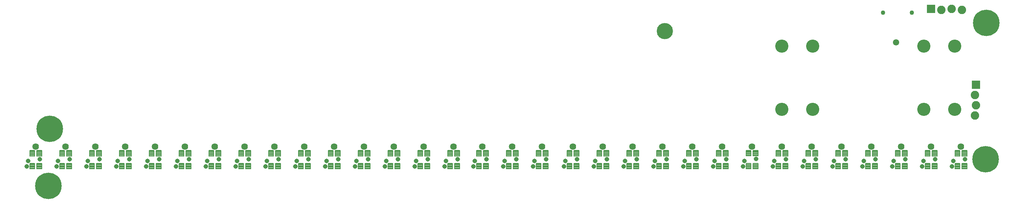
<source format=gbs>
G75*
G70*
%OFA0B0*%
%FSLAX24Y24*%
%IPPOS*%
%LPD*%
%AMOC8*
5,1,8,0,0,1.08239X$1,22.5*
%
%ADD10C,0.2580*%
%ADD11C,0.1580*%
%ADD12C,0.1280*%
%ADD13C,0.0083*%
%ADD14C,0.0450*%
%ADD15C,0.0640*%
%ADD16C,0.0434*%
%ADD17R,0.0820X0.0820*%
%ADD18C,0.0820*%
%ADD19C,0.0611*%
D10*
X003025Y004261D03*
X003145Y009821D03*
X094105Y006861D03*
X094165Y020161D03*
D11*
X062935Y019351D03*
D12*
X074285Y017881D03*
X077285Y017881D03*
X088085Y017881D03*
X091085Y017881D03*
X091085Y011741D03*
X088085Y011741D03*
X077285Y011741D03*
X074285Y011741D03*
D13*
X074186Y007177D02*
X073716Y007177D01*
X073716Y007725D01*
X074186Y007725D01*
X074186Y007177D01*
X074186Y007259D02*
X073716Y007259D01*
X073716Y007341D02*
X074186Y007341D01*
X074186Y007423D02*
X073716Y007423D01*
X073716Y007505D02*
X074186Y007505D01*
X074186Y007587D02*
X073716Y007587D01*
X073716Y007669D02*
X074186Y007669D01*
X074405Y007177D02*
X074875Y007177D01*
X074405Y007177D02*
X074405Y007725D01*
X074875Y007725D01*
X074875Y007177D01*
X074875Y007259D02*
X074405Y007259D01*
X074405Y007341D02*
X074875Y007341D01*
X074875Y007423D02*
X074405Y007423D01*
X074405Y007505D02*
X074875Y007505D01*
X074875Y007587D02*
X074405Y007587D01*
X074405Y007669D02*
X074875Y007669D01*
X076616Y007177D02*
X077086Y007177D01*
X076616Y007177D02*
X076616Y007725D01*
X077086Y007725D01*
X077086Y007177D01*
X077086Y007259D02*
X076616Y007259D01*
X076616Y007341D02*
X077086Y007341D01*
X077086Y007423D02*
X076616Y007423D01*
X076616Y007505D02*
X077086Y007505D01*
X077086Y007587D02*
X076616Y007587D01*
X076616Y007669D02*
X077086Y007669D01*
X077305Y007177D02*
X077775Y007177D01*
X077305Y007177D02*
X077305Y007725D01*
X077775Y007725D01*
X077775Y007177D01*
X077775Y007259D02*
X077305Y007259D01*
X077305Y007341D02*
X077775Y007341D01*
X077775Y007423D02*
X077305Y007423D01*
X077305Y007505D02*
X077775Y007505D01*
X077775Y007587D02*
X077305Y007587D01*
X077305Y007669D02*
X077775Y007669D01*
X079516Y007177D02*
X079986Y007177D01*
X079516Y007177D02*
X079516Y007725D01*
X079986Y007725D01*
X079986Y007177D01*
X079986Y007259D02*
X079516Y007259D01*
X079516Y007341D02*
X079986Y007341D01*
X079986Y007423D02*
X079516Y007423D01*
X079516Y007505D02*
X079986Y007505D01*
X079986Y007587D02*
X079516Y007587D01*
X079516Y007669D02*
X079986Y007669D01*
X080205Y007177D02*
X080675Y007177D01*
X080205Y007177D02*
X080205Y007725D01*
X080675Y007725D01*
X080675Y007177D01*
X080675Y007259D02*
X080205Y007259D01*
X080205Y007341D02*
X080675Y007341D01*
X080675Y007423D02*
X080205Y007423D01*
X080205Y007505D02*
X080675Y007505D01*
X080675Y007587D02*
X080205Y007587D01*
X080205Y007669D02*
X080675Y007669D01*
X082416Y007177D02*
X082886Y007177D01*
X082416Y007177D02*
X082416Y007725D01*
X082886Y007725D01*
X082886Y007177D01*
X082886Y007259D02*
X082416Y007259D01*
X082416Y007341D02*
X082886Y007341D01*
X082886Y007423D02*
X082416Y007423D01*
X082416Y007505D02*
X082886Y007505D01*
X082886Y007587D02*
X082416Y007587D01*
X082416Y007669D02*
X082886Y007669D01*
X083105Y007177D02*
X083575Y007177D01*
X083105Y007177D02*
X083105Y007725D01*
X083575Y007725D01*
X083575Y007177D01*
X083575Y007259D02*
X083105Y007259D01*
X083105Y007341D02*
X083575Y007341D01*
X083575Y007423D02*
X083105Y007423D01*
X083105Y007505D02*
X083575Y007505D01*
X083575Y007587D02*
X083105Y007587D01*
X083105Y007669D02*
X083575Y007669D01*
X085316Y007177D02*
X085786Y007177D01*
X085316Y007177D02*
X085316Y007725D01*
X085786Y007725D01*
X085786Y007177D01*
X085786Y007259D02*
X085316Y007259D01*
X085316Y007341D02*
X085786Y007341D01*
X085786Y007423D02*
X085316Y007423D01*
X085316Y007505D02*
X085786Y007505D01*
X085786Y007587D02*
X085316Y007587D01*
X085316Y007669D02*
X085786Y007669D01*
X086005Y007177D02*
X086475Y007177D01*
X086005Y007177D02*
X086005Y007725D01*
X086475Y007725D01*
X086475Y007177D01*
X086475Y007259D02*
X086005Y007259D01*
X086005Y007341D02*
X086475Y007341D01*
X086475Y007423D02*
X086005Y007423D01*
X086005Y007505D02*
X086475Y007505D01*
X086475Y007587D02*
X086005Y007587D01*
X086005Y007669D02*
X086475Y007669D01*
X088216Y007177D02*
X088686Y007177D01*
X088216Y007177D02*
X088216Y007725D01*
X088686Y007725D01*
X088686Y007177D01*
X088686Y007259D02*
X088216Y007259D01*
X088216Y007341D02*
X088686Y007341D01*
X088686Y007423D02*
X088216Y007423D01*
X088216Y007505D02*
X088686Y007505D01*
X088686Y007587D02*
X088216Y007587D01*
X088216Y007669D02*
X088686Y007669D01*
X088905Y007177D02*
X089375Y007177D01*
X088905Y007177D02*
X088905Y007725D01*
X089375Y007725D01*
X089375Y007177D01*
X089375Y007259D02*
X088905Y007259D01*
X088905Y007341D02*
X089375Y007341D01*
X089375Y007423D02*
X088905Y007423D01*
X088905Y007505D02*
X089375Y007505D01*
X089375Y007587D02*
X088905Y007587D01*
X088905Y007669D02*
X089375Y007669D01*
X091116Y007177D02*
X091586Y007177D01*
X091116Y007177D02*
X091116Y007725D01*
X091586Y007725D01*
X091586Y007177D01*
X091586Y007259D02*
X091116Y007259D01*
X091116Y007341D02*
X091586Y007341D01*
X091586Y007423D02*
X091116Y007423D01*
X091116Y007505D02*
X091586Y007505D01*
X091586Y007587D02*
X091116Y007587D01*
X091116Y007669D02*
X091586Y007669D01*
X091805Y007177D02*
X092275Y007177D01*
X091805Y007177D02*
X091805Y007725D01*
X092275Y007725D01*
X092275Y007177D01*
X092275Y007259D02*
X091805Y007259D01*
X091805Y007341D02*
X092275Y007341D01*
X092275Y007423D02*
X091805Y007423D01*
X091805Y007505D02*
X092275Y007505D01*
X092275Y007587D02*
X091805Y007587D01*
X091805Y007669D02*
X092275Y007669D01*
X092275Y005917D02*
X091805Y005917D01*
X091805Y006465D01*
X092275Y006465D01*
X092275Y005917D01*
X092275Y005999D02*
X091805Y005999D01*
X091805Y006081D02*
X092275Y006081D01*
X092275Y006163D02*
X091805Y006163D01*
X091805Y006245D02*
X092275Y006245D01*
X092275Y006327D02*
X091805Y006327D01*
X091805Y006409D02*
X092275Y006409D01*
X091586Y005917D02*
X091116Y005917D01*
X091116Y006465D01*
X091586Y006465D01*
X091586Y005917D01*
X091586Y005999D02*
X091116Y005999D01*
X091116Y006081D02*
X091586Y006081D01*
X091586Y006163D02*
X091116Y006163D01*
X091116Y006245D02*
X091586Y006245D01*
X091586Y006327D02*
X091116Y006327D01*
X091116Y006409D02*
X091586Y006409D01*
X089375Y005917D02*
X088905Y005917D01*
X088905Y006465D01*
X089375Y006465D01*
X089375Y005917D01*
X089375Y005999D02*
X088905Y005999D01*
X088905Y006081D02*
X089375Y006081D01*
X089375Y006163D02*
X088905Y006163D01*
X088905Y006245D02*
X089375Y006245D01*
X089375Y006327D02*
X088905Y006327D01*
X088905Y006409D02*
X089375Y006409D01*
X088686Y005917D02*
X088216Y005917D01*
X088216Y006465D01*
X088686Y006465D01*
X088686Y005917D01*
X088686Y005999D02*
X088216Y005999D01*
X088216Y006081D02*
X088686Y006081D01*
X088686Y006163D02*
X088216Y006163D01*
X088216Y006245D02*
X088686Y006245D01*
X088686Y006327D02*
X088216Y006327D01*
X088216Y006409D02*
X088686Y006409D01*
X086475Y005917D02*
X086005Y005917D01*
X086005Y006465D01*
X086475Y006465D01*
X086475Y005917D01*
X086475Y005999D02*
X086005Y005999D01*
X086005Y006081D02*
X086475Y006081D01*
X086475Y006163D02*
X086005Y006163D01*
X086005Y006245D02*
X086475Y006245D01*
X086475Y006327D02*
X086005Y006327D01*
X086005Y006409D02*
X086475Y006409D01*
X085786Y005917D02*
X085316Y005917D01*
X085316Y006465D01*
X085786Y006465D01*
X085786Y005917D01*
X085786Y005999D02*
X085316Y005999D01*
X085316Y006081D02*
X085786Y006081D01*
X085786Y006163D02*
X085316Y006163D01*
X085316Y006245D02*
X085786Y006245D01*
X085786Y006327D02*
X085316Y006327D01*
X085316Y006409D02*
X085786Y006409D01*
X083575Y005917D02*
X083105Y005917D01*
X083105Y006465D01*
X083575Y006465D01*
X083575Y005917D01*
X083575Y005999D02*
X083105Y005999D01*
X083105Y006081D02*
X083575Y006081D01*
X083575Y006163D02*
X083105Y006163D01*
X083105Y006245D02*
X083575Y006245D01*
X083575Y006327D02*
X083105Y006327D01*
X083105Y006409D02*
X083575Y006409D01*
X082886Y005917D02*
X082416Y005917D01*
X082416Y006465D01*
X082886Y006465D01*
X082886Y005917D01*
X082886Y005999D02*
X082416Y005999D01*
X082416Y006081D02*
X082886Y006081D01*
X082886Y006163D02*
X082416Y006163D01*
X082416Y006245D02*
X082886Y006245D01*
X082886Y006327D02*
X082416Y006327D01*
X082416Y006409D02*
X082886Y006409D01*
X080675Y005917D02*
X080205Y005917D01*
X080205Y006465D01*
X080675Y006465D01*
X080675Y005917D01*
X080675Y005999D02*
X080205Y005999D01*
X080205Y006081D02*
X080675Y006081D01*
X080675Y006163D02*
X080205Y006163D01*
X080205Y006245D02*
X080675Y006245D01*
X080675Y006327D02*
X080205Y006327D01*
X080205Y006409D02*
X080675Y006409D01*
X079986Y005917D02*
X079516Y005917D01*
X079516Y006465D01*
X079986Y006465D01*
X079986Y005917D01*
X079986Y005999D02*
X079516Y005999D01*
X079516Y006081D02*
X079986Y006081D01*
X079986Y006163D02*
X079516Y006163D01*
X079516Y006245D02*
X079986Y006245D01*
X079986Y006327D02*
X079516Y006327D01*
X079516Y006409D02*
X079986Y006409D01*
X077775Y005917D02*
X077305Y005917D01*
X077305Y006465D01*
X077775Y006465D01*
X077775Y005917D01*
X077775Y005999D02*
X077305Y005999D01*
X077305Y006081D02*
X077775Y006081D01*
X077775Y006163D02*
X077305Y006163D01*
X077305Y006245D02*
X077775Y006245D01*
X077775Y006327D02*
X077305Y006327D01*
X077305Y006409D02*
X077775Y006409D01*
X077086Y005917D02*
X076616Y005917D01*
X076616Y006465D01*
X077086Y006465D01*
X077086Y005917D01*
X077086Y005999D02*
X076616Y005999D01*
X076616Y006081D02*
X077086Y006081D01*
X077086Y006163D02*
X076616Y006163D01*
X076616Y006245D02*
X077086Y006245D01*
X077086Y006327D02*
X076616Y006327D01*
X076616Y006409D02*
X077086Y006409D01*
X074875Y005917D02*
X074405Y005917D01*
X074405Y006465D01*
X074875Y006465D01*
X074875Y005917D01*
X074875Y005999D02*
X074405Y005999D01*
X074405Y006081D02*
X074875Y006081D01*
X074875Y006163D02*
X074405Y006163D01*
X074405Y006245D02*
X074875Y006245D01*
X074875Y006327D02*
X074405Y006327D01*
X074405Y006409D02*
X074875Y006409D01*
X074186Y005917D02*
X073716Y005917D01*
X073716Y006465D01*
X074186Y006465D01*
X074186Y005917D01*
X074186Y005999D02*
X073716Y005999D01*
X073716Y006081D02*
X074186Y006081D01*
X074186Y006163D02*
X073716Y006163D01*
X073716Y006245D02*
X074186Y006245D01*
X074186Y006327D02*
X073716Y006327D01*
X073716Y006409D02*
X074186Y006409D01*
X071975Y005927D02*
X071505Y005927D01*
X071505Y006475D01*
X071975Y006475D01*
X071975Y005927D01*
X071975Y006009D02*
X071505Y006009D01*
X071505Y006091D02*
X071975Y006091D01*
X071975Y006173D02*
X071505Y006173D01*
X071505Y006255D02*
X071975Y006255D01*
X071975Y006337D02*
X071505Y006337D01*
X071505Y006419D02*
X071975Y006419D01*
X071286Y005927D02*
X070816Y005927D01*
X070816Y006475D01*
X071286Y006475D01*
X071286Y005927D01*
X071286Y006009D02*
X070816Y006009D01*
X070816Y006091D02*
X071286Y006091D01*
X071286Y006173D02*
X070816Y006173D01*
X070816Y006255D02*
X071286Y006255D01*
X071286Y006337D02*
X070816Y006337D01*
X070816Y006419D02*
X071286Y006419D01*
X069075Y005917D02*
X068605Y005917D01*
X068605Y006465D01*
X069075Y006465D01*
X069075Y005917D01*
X069075Y005999D02*
X068605Y005999D01*
X068605Y006081D02*
X069075Y006081D01*
X069075Y006163D02*
X068605Y006163D01*
X068605Y006245D02*
X069075Y006245D01*
X069075Y006327D02*
X068605Y006327D01*
X068605Y006409D02*
X069075Y006409D01*
X068386Y005917D02*
X067916Y005917D01*
X067916Y006465D01*
X068386Y006465D01*
X068386Y005917D01*
X068386Y005999D02*
X067916Y005999D01*
X067916Y006081D02*
X068386Y006081D01*
X068386Y006163D02*
X067916Y006163D01*
X067916Y006245D02*
X068386Y006245D01*
X068386Y006327D02*
X067916Y006327D01*
X067916Y006409D02*
X068386Y006409D01*
X066175Y005917D02*
X065705Y005917D01*
X065705Y006465D01*
X066175Y006465D01*
X066175Y005917D01*
X066175Y005999D02*
X065705Y005999D01*
X065705Y006081D02*
X066175Y006081D01*
X066175Y006163D02*
X065705Y006163D01*
X065705Y006245D02*
X066175Y006245D01*
X066175Y006327D02*
X065705Y006327D01*
X065705Y006409D02*
X066175Y006409D01*
X065486Y005917D02*
X065016Y005917D01*
X065016Y006465D01*
X065486Y006465D01*
X065486Y005917D01*
X065486Y005999D02*
X065016Y005999D01*
X065016Y006081D02*
X065486Y006081D01*
X065486Y006163D02*
X065016Y006163D01*
X065016Y006245D02*
X065486Y006245D01*
X065486Y006327D02*
X065016Y006327D01*
X065016Y006409D02*
X065486Y006409D01*
X063275Y005917D02*
X062805Y005917D01*
X062805Y006465D01*
X063275Y006465D01*
X063275Y005917D01*
X063275Y005999D02*
X062805Y005999D01*
X062805Y006081D02*
X063275Y006081D01*
X063275Y006163D02*
X062805Y006163D01*
X062805Y006245D02*
X063275Y006245D01*
X063275Y006327D02*
X062805Y006327D01*
X062805Y006409D02*
X063275Y006409D01*
X062586Y005917D02*
X062116Y005917D01*
X062116Y006465D01*
X062586Y006465D01*
X062586Y005917D01*
X062586Y005999D02*
X062116Y005999D01*
X062116Y006081D02*
X062586Y006081D01*
X062586Y006163D02*
X062116Y006163D01*
X062116Y006245D02*
X062586Y006245D01*
X062586Y006327D02*
X062116Y006327D01*
X062116Y006409D02*
X062586Y006409D01*
X060375Y005917D02*
X059905Y005917D01*
X059905Y006465D01*
X060375Y006465D01*
X060375Y005917D01*
X060375Y005999D02*
X059905Y005999D01*
X059905Y006081D02*
X060375Y006081D01*
X060375Y006163D02*
X059905Y006163D01*
X059905Y006245D02*
X060375Y006245D01*
X060375Y006327D02*
X059905Y006327D01*
X059905Y006409D02*
X060375Y006409D01*
X059686Y005917D02*
X059216Y005917D01*
X059216Y006465D01*
X059686Y006465D01*
X059686Y005917D01*
X059686Y005999D02*
X059216Y005999D01*
X059216Y006081D02*
X059686Y006081D01*
X059686Y006163D02*
X059216Y006163D01*
X059216Y006245D02*
X059686Y006245D01*
X059686Y006327D02*
X059216Y006327D01*
X059216Y006409D02*
X059686Y006409D01*
X057475Y005917D02*
X057005Y005917D01*
X057005Y006465D01*
X057475Y006465D01*
X057475Y005917D01*
X057475Y005999D02*
X057005Y005999D01*
X057005Y006081D02*
X057475Y006081D01*
X057475Y006163D02*
X057005Y006163D01*
X057005Y006245D02*
X057475Y006245D01*
X057475Y006327D02*
X057005Y006327D01*
X057005Y006409D02*
X057475Y006409D01*
X056786Y005917D02*
X056316Y005917D01*
X056316Y006465D01*
X056786Y006465D01*
X056786Y005917D01*
X056786Y005999D02*
X056316Y005999D01*
X056316Y006081D02*
X056786Y006081D01*
X056786Y006163D02*
X056316Y006163D01*
X056316Y006245D02*
X056786Y006245D01*
X056786Y006327D02*
X056316Y006327D01*
X056316Y006409D02*
X056786Y006409D01*
X054575Y005917D02*
X054105Y005917D01*
X054105Y006465D01*
X054575Y006465D01*
X054575Y005917D01*
X054575Y005999D02*
X054105Y005999D01*
X054105Y006081D02*
X054575Y006081D01*
X054575Y006163D02*
X054105Y006163D01*
X054105Y006245D02*
X054575Y006245D01*
X054575Y006327D02*
X054105Y006327D01*
X054105Y006409D02*
X054575Y006409D01*
X053886Y005917D02*
X053416Y005917D01*
X053416Y006465D01*
X053886Y006465D01*
X053886Y005917D01*
X053886Y005999D02*
X053416Y005999D01*
X053416Y006081D02*
X053886Y006081D01*
X053886Y006163D02*
X053416Y006163D01*
X053416Y006245D02*
X053886Y006245D01*
X053886Y006327D02*
X053416Y006327D01*
X053416Y006409D02*
X053886Y006409D01*
X051575Y005917D02*
X051105Y005917D01*
X051105Y006465D01*
X051575Y006465D01*
X051575Y005917D01*
X051575Y005999D02*
X051105Y005999D01*
X051105Y006081D02*
X051575Y006081D01*
X051575Y006163D02*
X051105Y006163D01*
X051105Y006245D02*
X051575Y006245D01*
X051575Y006327D02*
X051105Y006327D01*
X051105Y006409D02*
X051575Y006409D01*
X050886Y005917D02*
X050416Y005917D01*
X050416Y006465D01*
X050886Y006465D01*
X050886Y005917D01*
X050886Y005999D02*
X050416Y005999D01*
X050416Y006081D02*
X050886Y006081D01*
X050886Y006163D02*
X050416Y006163D01*
X050416Y006245D02*
X050886Y006245D01*
X050886Y006327D02*
X050416Y006327D01*
X050416Y006409D02*
X050886Y006409D01*
X048675Y005917D02*
X048205Y005917D01*
X048205Y006465D01*
X048675Y006465D01*
X048675Y005917D01*
X048675Y005999D02*
X048205Y005999D01*
X048205Y006081D02*
X048675Y006081D01*
X048675Y006163D02*
X048205Y006163D01*
X048205Y006245D02*
X048675Y006245D01*
X048675Y006327D02*
X048205Y006327D01*
X048205Y006409D02*
X048675Y006409D01*
X047986Y005917D02*
X047516Y005917D01*
X047516Y006465D01*
X047986Y006465D01*
X047986Y005917D01*
X047986Y005999D02*
X047516Y005999D01*
X047516Y006081D02*
X047986Y006081D01*
X047986Y006163D02*
X047516Y006163D01*
X047516Y006245D02*
X047986Y006245D01*
X047986Y006327D02*
X047516Y006327D01*
X047516Y006409D02*
X047986Y006409D01*
X045775Y005917D02*
X045305Y005917D01*
X045305Y006465D01*
X045775Y006465D01*
X045775Y005917D01*
X045775Y005999D02*
X045305Y005999D01*
X045305Y006081D02*
X045775Y006081D01*
X045775Y006163D02*
X045305Y006163D01*
X045305Y006245D02*
X045775Y006245D01*
X045775Y006327D02*
X045305Y006327D01*
X045305Y006409D02*
X045775Y006409D01*
X045086Y005917D02*
X044616Y005917D01*
X044616Y006465D01*
X045086Y006465D01*
X045086Y005917D01*
X045086Y005999D02*
X044616Y005999D01*
X044616Y006081D02*
X045086Y006081D01*
X045086Y006163D02*
X044616Y006163D01*
X044616Y006245D02*
X045086Y006245D01*
X045086Y006327D02*
X044616Y006327D01*
X044616Y006409D02*
X045086Y006409D01*
X042975Y005917D02*
X042505Y005917D01*
X042505Y006465D01*
X042975Y006465D01*
X042975Y005917D01*
X042975Y005999D02*
X042505Y005999D01*
X042505Y006081D02*
X042975Y006081D01*
X042975Y006163D02*
X042505Y006163D01*
X042505Y006245D02*
X042975Y006245D01*
X042975Y006327D02*
X042505Y006327D01*
X042505Y006409D02*
X042975Y006409D01*
X042286Y005917D02*
X041816Y005917D01*
X041816Y006465D01*
X042286Y006465D01*
X042286Y005917D01*
X042286Y005999D02*
X041816Y005999D01*
X041816Y006081D02*
X042286Y006081D01*
X042286Y006163D02*
X041816Y006163D01*
X041816Y006245D02*
X042286Y006245D01*
X042286Y006327D02*
X041816Y006327D01*
X041816Y006409D02*
X042286Y006409D01*
X040075Y005917D02*
X039605Y005917D01*
X039605Y006465D01*
X040075Y006465D01*
X040075Y005917D01*
X040075Y005999D02*
X039605Y005999D01*
X039605Y006081D02*
X040075Y006081D01*
X040075Y006163D02*
X039605Y006163D01*
X039605Y006245D02*
X040075Y006245D01*
X040075Y006327D02*
X039605Y006327D01*
X039605Y006409D02*
X040075Y006409D01*
X039386Y005917D02*
X038916Y005917D01*
X038916Y006465D01*
X039386Y006465D01*
X039386Y005917D01*
X039386Y005999D02*
X038916Y005999D01*
X038916Y006081D02*
X039386Y006081D01*
X039386Y006163D02*
X038916Y006163D01*
X038916Y006245D02*
X039386Y006245D01*
X039386Y006327D02*
X038916Y006327D01*
X038916Y006409D02*
X039386Y006409D01*
X037175Y005917D02*
X036705Y005917D01*
X036705Y006465D01*
X037175Y006465D01*
X037175Y005917D01*
X037175Y005999D02*
X036705Y005999D01*
X036705Y006081D02*
X037175Y006081D01*
X037175Y006163D02*
X036705Y006163D01*
X036705Y006245D02*
X037175Y006245D01*
X037175Y006327D02*
X036705Y006327D01*
X036705Y006409D02*
X037175Y006409D01*
X036486Y005917D02*
X036016Y005917D01*
X036016Y006465D01*
X036486Y006465D01*
X036486Y005917D01*
X036486Y005999D02*
X036016Y005999D01*
X036016Y006081D02*
X036486Y006081D01*
X036486Y006163D02*
X036016Y006163D01*
X036016Y006245D02*
X036486Y006245D01*
X036486Y006327D02*
X036016Y006327D01*
X036016Y006409D02*
X036486Y006409D01*
X034275Y005917D02*
X033805Y005917D01*
X033805Y006465D01*
X034275Y006465D01*
X034275Y005917D01*
X034275Y005999D02*
X033805Y005999D01*
X033805Y006081D02*
X034275Y006081D01*
X034275Y006163D02*
X033805Y006163D01*
X033805Y006245D02*
X034275Y006245D01*
X034275Y006327D02*
X033805Y006327D01*
X033805Y006409D02*
X034275Y006409D01*
X033586Y005917D02*
X033116Y005917D01*
X033116Y006465D01*
X033586Y006465D01*
X033586Y005917D01*
X033586Y005999D02*
X033116Y005999D01*
X033116Y006081D02*
X033586Y006081D01*
X033586Y006163D02*
X033116Y006163D01*
X033116Y006245D02*
X033586Y006245D01*
X033586Y006327D02*
X033116Y006327D01*
X033116Y006409D02*
X033586Y006409D01*
X031375Y005917D02*
X030905Y005917D01*
X030905Y006465D01*
X031375Y006465D01*
X031375Y005917D01*
X031375Y005999D02*
X030905Y005999D01*
X030905Y006081D02*
X031375Y006081D01*
X031375Y006163D02*
X030905Y006163D01*
X030905Y006245D02*
X031375Y006245D01*
X031375Y006327D02*
X030905Y006327D01*
X030905Y006409D02*
X031375Y006409D01*
X030686Y005917D02*
X030216Y005917D01*
X030216Y006465D01*
X030686Y006465D01*
X030686Y005917D01*
X030686Y005999D02*
X030216Y005999D01*
X030216Y006081D02*
X030686Y006081D01*
X030686Y006163D02*
X030216Y006163D01*
X030216Y006245D02*
X030686Y006245D01*
X030686Y006327D02*
X030216Y006327D01*
X030216Y006409D02*
X030686Y006409D01*
X028475Y005917D02*
X028005Y005917D01*
X028005Y006465D01*
X028475Y006465D01*
X028475Y005917D01*
X028475Y005999D02*
X028005Y005999D01*
X028005Y006081D02*
X028475Y006081D01*
X028475Y006163D02*
X028005Y006163D01*
X028005Y006245D02*
X028475Y006245D01*
X028475Y006327D02*
X028005Y006327D01*
X028005Y006409D02*
X028475Y006409D01*
X027786Y005917D02*
X027316Y005917D01*
X027316Y006465D01*
X027786Y006465D01*
X027786Y005917D01*
X027786Y005999D02*
X027316Y005999D01*
X027316Y006081D02*
X027786Y006081D01*
X027786Y006163D02*
X027316Y006163D01*
X027316Y006245D02*
X027786Y006245D01*
X027786Y006327D02*
X027316Y006327D01*
X027316Y006409D02*
X027786Y006409D01*
X025575Y005917D02*
X025105Y005917D01*
X025105Y006465D01*
X025575Y006465D01*
X025575Y005917D01*
X025575Y005999D02*
X025105Y005999D01*
X025105Y006081D02*
X025575Y006081D01*
X025575Y006163D02*
X025105Y006163D01*
X025105Y006245D02*
X025575Y006245D01*
X025575Y006327D02*
X025105Y006327D01*
X025105Y006409D02*
X025575Y006409D01*
X024886Y005917D02*
X024416Y005917D01*
X024416Y006465D01*
X024886Y006465D01*
X024886Y005917D01*
X024886Y005999D02*
X024416Y005999D01*
X024416Y006081D02*
X024886Y006081D01*
X024886Y006163D02*
X024416Y006163D01*
X024416Y006245D02*
X024886Y006245D01*
X024886Y006327D02*
X024416Y006327D01*
X024416Y006409D02*
X024886Y006409D01*
X022675Y005917D02*
X022205Y005917D01*
X022205Y006465D01*
X022675Y006465D01*
X022675Y005917D01*
X022675Y005999D02*
X022205Y005999D01*
X022205Y006081D02*
X022675Y006081D01*
X022675Y006163D02*
X022205Y006163D01*
X022205Y006245D02*
X022675Y006245D01*
X022675Y006327D02*
X022205Y006327D01*
X022205Y006409D02*
X022675Y006409D01*
X021986Y005917D02*
X021516Y005917D01*
X021516Y006465D01*
X021986Y006465D01*
X021986Y005917D01*
X021986Y005999D02*
X021516Y005999D01*
X021516Y006081D02*
X021986Y006081D01*
X021986Y006163D02*
X021516Y006163D01*
X021516Y006245D02*
X021986Y006245D01*
X021986Y006327D02*
X021516Y006327D01*
X021516Y006409D02*
X021986Y006409D01*
X019775Y005917D02*
X019305Y005917D01*
X019305Y006465D01*
X019775Y006465D01*
X019775Y005917D01*
X019775Y005999D02*
X019305Y005999D01*
X019305Y006081D02*
X019775Y006081D01*
X019775Y006163D02*
X019305Y006163D01*
X019305Y006245D02*
X019775Y006245D01*
X019775Y006327D02*
X019305Y006327D01*
X019305Y006409D02*
X019775Y006409D01*
X019086Y005917D02*
X018616Y005917D01*
X018616Y006465D01*
X019086Y006465D01*
X019086Y005917D01*
X019086Y005999D02*
X018616Y005999D01*
X018616Y006081D02*
X019086Y006081D01*
X019086Y006163D02*
X018616Y006163D01*
X018616Y006245D02*
X019086Y006245D01*
X019086Y006327D02*
X018616Y006327D01*
X018616Y006409D02*
X019086Y006409D01*
X016875Y005917D02*
X016405Y005917D01*
X016405Y006465D01*
X016875Y006465D01*
X016875Y005917D01*
X016875Y005999D02*
X016405Y005999D01*
X016405Y006081D02*
X016875Y006081D01*
X016875Y006163D02*
X016405Y006163D01*
X016405Y006245D02*
X016875Y006245D01*
X016875Y006327D02*
X016405Y006327D01*
X016405Y006409D02*
X016875Y006409D01*
X016186Y005917D02*
X015716Y005917D01*
X015716Y006465D01*
X016186Y006465D01*
X016186Y005917D01*
X016186Y005999D02*
X015716Y005999D01*
X015716Y006081D02*
X016186Y006081D01*
X016186Y006163D02*
X015716Y006163D01*
X015716Y006245D02*
X016186Y006245D01*
X016186Y006327D02*
X015716Y006327D01*
X015716Y006409D02*
X016186Y006409D01*
X013975Y005917D02*
X013505Y005917D01*
X013505Y006465D01*
X013975Y006465D01*
X013975Y005917D01*
X013975Y005999D02*
X013505Y005999D01*
X013505Y006081D02*
X013975Y006081D01*
X013975Y006163D02*
X013505Y006163D01*
X013505Y006245D02*
X013975Y006245D01*
X013975Y006327D02*
X013505Y006327D01*
X013505Y006409D02*
X013975Y006409D01*
X013286Y005917D02*
X012816Y005917D01*
X012816Y006465D01*
X013286Y006465D01*
X013286Y005917D01*
X013286Y005999D02*
X012816Y005999D01*
X012816Y006081D02*
X013286Y006081D01*
X013286Y006163D02*
X012816Y006163D01*
X012816Y006245D02*
X013286Y006245D01*
X013286Y006327D02*
X012816Y006327D01*
X012816Y006409D02*
X013286Y006409D01*
X011075Y005917D02*
X010605Y005917D01*
X010605Y006465D01*
X011075Y006465D01*
X011075Y005917D01*
X011075Y005999D02*
X010605Y005999D01*
X010605Y006081D02*
X011075Y006081D01*
X011075Y006163D02*
X010605Y006163D01*
X010605Y006245D02*
X011075Y006245D01*
X011075Y006327D02*
X010605Y006327D01*
X010605Y006409D02*
X011075Y006409D01*
X010386Y005917D02*
X009916Y005917D01*
X009916Y006465D01*
X010386Y006465D01*
X010386Y005917D01*
X010386Y005999D02*
X009916Y005999D01*
X009916Y006081D02*
X010386Y006081D01*
X010386Y006163D02*
X009916Y006163D01*
X009916Y006245D02*
X010386Y006245D01*
X010386Y006327D02*
X009916Y006327D01*
X009916Y006409D02*
X010386Y006409D01*
X008175Y005917D02*
X007705Y005917D01*
X007705Y006465D01*
X008175Y006465D01*
X008175Y005917D01*
X008175Y005999D02*
X007705Y005999D01*
X007705Y006081D02*
X008175Y006081D01*
X008175Y006163D02*
X007705Y006163D01*
X007705Y006245D02*
X008175Y006245D01*
X008175Y006327D02*
X007705Y006327D01*
X007705Y006409D02*
X008175Y006409D01*
X007486Y005917D02*
X007016Y005917D01*
X007016Y006465D01*
X007486Y006465D01*
X007486Y005917D01*
X007486Y005999D02*
X007016Y005999D01*
X007016Y006081D02*
X007486Y006081D01*
X007486Y006163D02*
X007016Y006163D01*
X007016Y006245D02*
X007486Y006245D01*
X007486Y006327D02*
X007016Y006327D01*
X007016Y006409D02*
X007486Y006409D01*
X005275Y005917D02*
X004805Y005917D01*
X004805Y006465D01*
X005275Y006465D01*
X005275Y005917D01*
X005275Y005999D02*
X004805Y005999D01*
X004805Y006081D02*
X005275Y006081D01*
X005275Y006163D02*
X004805Y006163D01*
X004805Y006245D02*
X005275Y006245D01*
X005275Y006327D02*
X004805Y006327D01*
X004805Y006409D02*
X005275Y006409D01*
X004586Y005917D02*
X004116Y005917D01*
X004116Y006465D01*
X004586Y006465D01*
X004586Y005917D01*
X004586Y005999D02*
X004116Y005999D01*
X004116Y006081D02*
X004586Y006081D01*
X004586Y006163D02*
X004116Y006163D01*
X004116Y006245D02*
X004586Y006245D01*
X004586Y006327D02*
X004116Y006327D01*
X004116Y006409D02*
X004586Y006409D01*
X002375Y005917D02*
X001905Y005917D01*
X001905Y006465D01*
X002375Y006465D01*
X002375Y005917D01*
X002375Y005999D02*
X001905Y005999D01*
X001905Y006081D02*
X002375Y006081D01*
X002375Y006163D02*
X001905Y006163D01*
X001905Y006245D02*
X002375Y006245D01*
X002375Y006327D02*
X001905Y006327D01*
X001905Y006409D02*
X002375Y006409D01*
X001686Y005917D02*
X001216Y005917D01*
X001216Y006465D01*
X001686Y006465D01*
X001686Y005917D01*
X001686Y005999D02*
X001216Y005999D01*
X001216Y006081D02*
X001686Y006081D01*
X001686Y006163D02*
X001216Y006163D01*
X001216Y006245D02*
X001686Y006245D01*
X001686Y006327D02*
X001216Y006327D01*
X001216Y006409D02*
X001686Y006409D01*
X001686Y007177D02*
X001216Y007177D01*
X001216Y007725D01*
X001686Y007725D01*
X001686Y007177D01*
X001686Y007259D02*
X001216Y007259D01*
X001216Y007341D02*
X001686Y007341D01*
X001686Y007423D02*
X001216Y007423D01*
X001216Y007505D02*
X001686Y007505D01*
X001686Y007587D02*
X001216Y007587D01*
X001216Y007669D02*
X001686Y007669D01*
X001905Y007177D02*
X002375Y007177D01*
X001905Y007177D02*
X001905Y007725D01*
X002375Y007725D01*
X002375Y007177D01*
X002375Y007259D02*
X001905Y007259D01*
X001905Y007341D02*
X002375Y007341D01*
X002375Y007423D02*
X001905Y007423D01*
X001905Y007505D02*
X002375Y007505D01*
X002375Y007587D02*
X001905Y007587D01*
X001905Y007669D02*
X002375Y007669D01*
X004116Y007177D02*
X004586Y007177D01*
X004116Y007177D02*
X004116Y007725D01*
X004586Y007725D01*
X004586Y007177D01*
X004586Y007259D02*
X004116Y007259D01*
X004116Y007341D02*
X004586Y007341D01*
X004586Y007423D02*
X004116Y007423D01*
X004116Y007505D02*
X004586Y007505D01*
X004586Y007587D02*
X004116Y007587D01*
X004116Y007669D02*
X004586Y007669D01*
X004805Y007177D02*
X005275Y007177D01*
X004805Y007177D02*
X004805Y007725D01*
X005275Y007725D01*
X005275Y007177D01*
X005275Y007259D02*
X004805Y007259D01*
X004805Y007341D02*
X005275Y007341D01*
X005275Y007423D02*
X004805Y007423D01*
X004805Y007505D02*
X005275Y007505D01*
X005275Y007587D02*
X004805Y007587D01*
X004805Y007669D02*
X005275Y007669D01*
X007016Y007177D02*
X007486Y007177D01*
X007016Y007177D02*
X007016Y007725D01*
X007486Y007725D01*
X007486Y007177D01*
X007486Y007259D02*
X007016Y007259D01*
X007016Y007341D02*
X007486Y007341D01*
X007486Y007423D02*
X007016Y007423D01*
X007016Y007505D02*
X007486Y007505D01*
X007486Y007587D02*
X007016Y007587D01*
X007016Y007669D02*
X007486Y007669D01*
X007705Y007177D02*
X008175Y007177D01*
X007705Y007177D02*
X007705Y007725D01*
X008175Y007725D01*
X008175Y007177D01*
X008175Y007259D02*
X007705Y007259D01*
X007705Y007341D02*
X008175Y007341D01*
X008175Y007423D02*
X007705Y007423D01*
X007705Y007505D02*
X008175Y007505D01*
X008175Y007587D02*
X007705Y007587D01*
X007705Y007669D02*
X008175Y007669D01*
X009916Y007177D02*
X010386Y007177D01*
X009916Y007177D02*
X009916Y007725D01*
X010386Y007725D01*
X010386Y007177D01*
X010386Y007259D02*
X009916Y007259D01*
X009916Y007341D02*
X010386Y007341D01*
X010386Y007423D02*
X009916Y007423D01*
X009916Y007505D02*
X010386Y007505D01*
X010386Y007587D02*
X009916Y007587D01*
X009916Y007669D02*
X010386Y007669D01*
X010605Y007177D02*
X011075Y007177D01*
X010605Y007177D02*
X010605Y007725D01*
X011075Y007725D01*
X011075Y007177D01*
X011075Y007259D02*
X010605Y007259D01*
X010605Y007341D02*
X011075Y007341D01*
X011075Y007423D02*
X010605Y007423D01*
X010605Y007505D02*
X011075Y007505D01*
X011075Y007587D02*
X010605Y007587D01*
X010605Y007669D02*
X011075Y007669D01*
X012816Y007177D02*
X013286Y007177D01*
X012816Y007177D02*
X012816Y007725D01*
X013286Y007725D01*
X013286Y007177D01*
X013286Y007259D02*
X012816Y007259D01*
X012816Y007341D02*
X013286Y007341D01*
X013286Y007423D02*
X012816Y007423D01*
X012816Y007505D02*
X013286Y007505D01*
X013286Y007587D02*
X012816Y007587D01*
X012816Y007669D02*
X013286Y007669D01*
X013505Y007177D02*
X013975Y007177D01*
X013505Y007177D02*
X013505Y007725D01*
X013975Y007725D01*
X013975Y007177D01*
X013975Y007259D02*
X013505Y007259D01*
X013505Y007341D02*
X013975Y007341D01*
X013975Y007423D02*
X013505Y007423D01*
X013505Y007505D02*
X013975Y007505D01*
X013975Y007587D02*
X013505Y007587D01*
X013505Y007669D02*
X013975Y007669D01*
X015716Y007177D02*
X016186Y007177D01*
X015716Y007177D02*
X015716Y007725D01*
X016186Y007725D01*
X016186Y007177D01*
X016186Y007259D02*
X015716Y007259D01*
X015716Y007341D02*
X016186Y007341D01*
X016186Y007423D02*
X015716Y007423D01*
X015716Y007505D02*
X016186Y007505D01*
X016186Y007587D02*
X015716Y007587D01*
X015716Y007669D02*
X016186Y007669D01*
X016405Y007177D02*
X016875Y007177D01*
X016405Y007177D02*
X016405Y007725D01*
X016875Y007725D01*
X016875Y007177D01*
X016875Y007259D02*
X016405Y007259D01*
X016405Y007341D02*
X016875Y007341D01*
X016875Y007423D02*
X016405Y007423D01*
X016405Y007505D02*
X016875Y007505D01*
X016875Y007587D02*
X016405Y007587D01*
X016405Y007669D02*
X016875Y007669D01*
X018616Y007177D02*
X019086Y007177D01*
X018616Y007177D02*
X018616Y007725D01*
X019086Y007725D01*
X019086Y007177D01*
X019086Y007259D02*
X018616Y007259D01*
X018616Y007341D02*
X019086Y007341D01*
X019086Y007423D02*
X018616Y007423D01*
X018616Y007505D02*
X019086Y007505D01*
X019086Y007587D02*
X018616Y007587D01*
X018616Y007669D02*
X019086Y007669D01*
X019305Y007177D02*
X019775Y007177D01*
X019305Y007177D02*
X019305Y007725D01*
X019775Y007725D01*
X019775Y007177D01*
X019775Y007259D02*
X019305Y007259D01*
X019305Y007341D02*
X019775Y007341D01*
X019775Y007423D02*
X019305Y007423D01*
X019305Y007505D02*
X019775Y007505D01*
X019775Y007587D02*
X019305Y007587D01*
X019305Y007669D02*
X019775Y007669D01*
X021516Y007177D02*
X021986Y007177D01*
X021516Y007177D02*
X021516Y007725D01*
X021986Y007725D01*
X021986Y007177D01*
X021986Y007259D02*
X021516Y007259D01*
X021516Y007341D02*
X021986Y007341D01*
X021986Y007423D02*
X021516Y007423D01*
X021516Y007505D02*
X021986Y007505D01*
X021986Y007587D02*
X021516Y007587D01*
X021516Y007669D02*
X021986Y007669D01*
X022205Y007177D02*
X022675Y007177D01*
X022205Y007177D02*
X022205Y007725D01*
X022675Y007725D01*
X022675Y007177D01*
X022675Y007259D02*
X022205Y007259D01*
X022205Y007341D02*
X022675Y007341D01*
X022675Y007423D02*
X022205Y007423D01*
X022205Y007505D02*
X022675Y007505D01*
X022675Y007587D02*
X022205Y007587D01*
X022205Y007669D02*
X022675Y007669D01*
X024416Y007177D02*
X024886Y007177D01*
X024416Y007177D02*
X024416Y007725D01*
X024886Y007725D01*
X024886Y007177D01*
X024886Y007259D02*
X024416Y007259D01*
X024416Y007341D02*
X024886Y007341D01*
X024886Y007423D02*
X024416Y007423D01*
X024416Y007505D02*
X024886Y007505D01*
X024886Y007587D02*
X024416Y007587D01*
X024416Y007669D02*
X024886Y007669D01*
X025105Y007177D02*
X025575Y007177D01*
X025105Y007177D02*
X025105Y007725D01*
X025575Y007725D01*
X025575Y007177D01*
X025575Y007259D02*
X025105Y007259D01*
X025105Y007341D02*
X025575Y007341D01*
X025575Y007423D02*
X025105Y007423D01*
X025105Y007505D02*
X025575Y007505D01*
X025575Y007587D02*
X025105Y007587D01*
X025105Y007669D02*
X025575Y007669D01*
X027316Y007177D02*
X027786Y007177D01*
X027316Y007177D02*
X027316Y007725D01*
X027786Y007725D01*
X027786Y007177D01*
X027786Y007259D02*
X027316Y007259D01*
X027316Y007341D02*
X027786Y007341D01*
X027786Y007423D02*
X027316Y007423D01*
X027316Y007505D02*
X027786Y007505D01*
X027786Y007587D02*
X027316Y007587D01*
X027316Y007669D02*
X027786Y007669D01*
X028005Y007177D02*
X028475Y007177D01*
X028005Y007177D02*
X028005Y007725D01*
X028475Y007725D01*
X028475Y007177D01*
X028475Y007259D02*
X028005Y007259D01*
X028005Y007341D02*
X028475Y007341D01*
X028475Y007423D02*
X028005Y007423D01*
X028005Y007505D02*
X028475Y007505D01*
X028475Y007587D02*
X028005Y007587D01*
X028005Y007669D02*
X028475Y007669D01*
X030216Y007177D02*
X030686Y007177D01*
X030216Y007177D02*
X030216Y007725D01*
X030686Y007725D01*
X030686Y007177D01*
X030686Y007259D02*
X030216Y007259D01*
X030216Y007341D02*
X030686Y007341D01*
X030686Y007423D02*
X030216Y007423D01*
X030216Y007505D02*
X030686Y007505D01*
X030686Y007587D02*
X030216Y007587D01*
X030216Y007669D02*
X030686Y007669D01*
X030905Y007177D02*
X031375Y007177D01*
X030905Y007177D02*
X030905Y007725D01*
X031375Y007725D01*
X031375Y007177D01*
X031375Y007259D02*
X030905Y007259D01*
X030905Y007341D02*
X031375Y007341D01*
X031375Y007423D02*
X030905Y007423D01*
X030905Y007505D02*
X031375Y007505D01*
X031375Y007587D02*
X030905Y007587D01*
X030905Y007669D02*
X031375Y007669D01*
X033116Y007177D02*
X033586Y007177D01*
X033116Y007177D02*
X033116Y007725D01*
X033586Y007725D01*
X033586Y007177D01*
X033586Y007259D02*
X033116Y007259D01*
X033116Y007341D02*
X033586Y007341D01*
X033586Y007423D02*
X033116Y007423D01*
X033116Y007505D02*
X033586Y007505D01*
X033586Y007587D02*
X033116Y007587D01*
X033116Y007669D02*
X033586Y007669D01*
X033805Y007177D02*
X034275Y007177D01*
X033805Y007177D02*
X033805Y007725D01*
X034275Y007725D01*
X034275Y007177D01*
X034275Y007259D02*
X033805Y007259D01*
X033805Y007341D02*
X034275Y007341D01*
X034275Y007423D02*
X033805Y007423D01*
X033805Y007505D02*
X034275Y007505D01*
X034275Y007587D02*
X033805Y007587D01*
X033805Y007669D02*
X034275Y007669D01*
X036016Y007177D02*
X036486Y007177D01*
X036016Y007177D02*
X036016Y007725D01*
X036486Y007725D01*
X036486Y007177D01*
X036486Y007259D02*
X036016Y007259D01*
X036016Y007341D02*
X036486Y007341D01*
X036486Y007423D02*
X036016Y007423D01*
X036016Y007505D02*
X036486Y007505D01*
X036486Y007587D02*
X036016Y007587D01*
X036016Y007669D02*
X036486Y007669D01*
X036705Y007177D02*
X037175Y007177D01*
X036705Y007177D02*
X036705Y007725D01*
X037175Y007725D01*
X037175Y007177D01*
X037175Y007259D02*
X036705Y007259D01*
X036705Y007341D02*
X037175Y007341D01*
X037175Y007423D02*
X036705Y007423D01*
X036705Y007505D02*
X037175Y007505D01*
X037175Y007587D02*
X036705Y007587D01*
X036705Y007669D02*
X037175Y007669D01*
X038916Y007177D02*
X039386Y007177D01*
X038916Y007177D02*
X038916Y007725D01*
X039386Y007725D01*
X039386Y007177D01*
X039386Y007259D02*
X038916Y007259D01*
X038916Y007341D02*
X039386Y007341D01*
X039386Y007423D02*
X038916Y007423D01*
X038916Y007505D02*
X039386Y007505D01*
X039386Y007587D02*
X038916Y007587D01*
X038916Y007669D02*
X039386Y007669D01*
X039605Y007177D02*
X040075Y007177D01*
X039605Y007177D02*
X039605Y007725D01*
X040075Y007725D01*
X040075Y007177D01*
X040075Y007259D02*
X039605Y007259D01*
X039605Y007341D02*
X040075Y007341D01*
X040075Y007423D02*
X039605Y007423D01*
X039605Y007505D02*
X040075Y007505D01*
X040075Y007587D02*
X039605Y007587D01*
X039605Y007669D02*
X040075Y007669D01*
X041816Y007177D02*
X042286Y007177D01*
X041816Y007177D02*
X041816Y007725D01*
X042286Y007725D01*
X042286Y007177D01*
X042286Y007259D02*
X041816Y007259D01*
X041816Y007341D02*
X042286Y007341D01*
X042286Y007423D02*
X041816Y007423D01*
X041816Y007505D02*
X042286Y007505D01*
X042286Y007587D02*
X041816Y007587D01*
X041816Y007669D02*
X042286Y007669D01*
X042505Y007177D02*
X042975Y007177D01*
X042505Y007177D02*
X042505Y007725D01*
X042975Y007725D01*
X042975Y007177D01*
X042975Y007259D02*
X042505Y007259D01*
X042505Y007341D02*
X042975Y007341D01*
X042975Y007423D02*
X042505Y007423D01*
X042505Y007505D02*
X042975Y007505D01*
X042975Y007587D02*
X042505Y007587D01*
X042505Y007669D02*
X042975Y007669D01*
X044616Y007177D02*
X045086Y007177D01*
X044616Y007177D02*
X044616Y007725D01*
X045086Y007725D01*
X045086Y007177D01*
X045086Y007259D02*
X044616Y007259D01*
X044616Y007341D02*
X045086Y007341D01*
X045086Y007423D02*
X044616Y007423D01*
X044616Y007505D02*
X045086Y007505D01*
X045086Y007587D02*
X044616Y007587D01*
X044616Y007669D02*
X045086Y007669D01*
X045305Y007177D02*
X045775Y007177D01*
X045305Y007177D02*
X045305Y007725D01*
X045775Y007725D01*
X045775Y007177D01*
X045775Y007259D02*
X045305Y007259D01*
X045305Y007341D02*
X045775Y007341D01*
X045775Y007423D02*
X045305Y007423D01*
X045305Y007505D02*
X045775Y007505D01*
X045775Y007587D02*
X045305Y007587D01*
X045305Y007669D02*
X045775Y007669D01*
X047516Y007177D02*
X047986Y007177D01*
X047516Y007177D02*
X047516Y007725D01*
X047986Y007725D01*
X047986Y007177D01*
X047986Y007259D02*
X047516Y007259D01*
X047516Y007341D02*
X047986Y007341D01*
X047986Y007423D02*
X047516Y007423D01*
X047516Y007505D02*
X047986Y007505D01*
X047986Y007587D02*
X047516Y007587D01*
X047516Y007669D02*
X047986Y007669D01*
X048205Y007177D02*
X048675Y007177D01*
X048205Y007177D02*
X048205Y007725D01*
X048675Y007725D01*
X048675Y007177D01*
X048675Y007259D02*
X048205Y007259D01*
X048205Y007341D02*
X048675Y007341D01*
X048675Y007423D02*
X048205Y007423D01*
X048205Y007505D02*
X048675Y007505D01*
X048675Y007587D02*
X048205Y007587D01*
X048205Y007669D02*
X048675Y007669D01*
X050416Y007177D02*
X050886Y007177D01*
X050416Y007177D02*
X050416Y007725D01*
X050886Y007725D01*
X050886Y007177D01*
X050886Y007259D02*
X050416Y007259D01*
X050416Y007341D02*
X050886Y007341D01*
X050886Y007423D02*
X050416Y007423D01*
X050416Y007505D02*
X050886Y007505D01*
X050886Y007587D02*
X050416Y007587D01*
X050416Y007669D02*
X050886Y007669D01*
X051105Y007177D02*
X051575Y007177D01*
X051105Y007177D02*
X051105Y007725D01*
X051575Y007725D01*
X051575Y007177D01*
X051575Y007259D02*
X051105Y007259D01*
X051105Y007341D02*
X051575Y007341D01*
X051575Y007423D02*
X051105Y007423D01*
X051105Y007505D02*
X051575Y007505D01*
X051575Y007587D02*
X051105Y007587D01*
X051105Y007669D02*
X051575Y007669D01*
X053416Y007177D02*
X053886Y007177D01*
X053416Y007177D02*
X053416Y007725D01*
X053886Y007725D01*
X053886Y007177D01*
X053886Y007259D02*
X053416Y007259D01*
X053416Y007341D02*
X053886Y007341D01*
X053886Y007423D02*
X053416Y007423D01*
X053416Y007505D02*
X053886Y007505D01*
X053886Y007587D02*
X053416Y007587D01*
X053416Y007669D02*
X053886Y007669D01*
X054105Y007177D02*
X054575Y007177D01*
X054105Y007177D02*
X054105Y007725D01*
X054575Y007725D01*
X054575Y007177D01*
X054575Y007259D02*
X054105Y007259D01*
X054105Y007341D02*
X054575Y007341D01*
X054575Y007423D02*
X054105Y007423D01*
X054105Y007505D02*
X054575Y007505D01*
X054575Y007587D02*
X054105Y007587D01*
X054105Y007669D02*
X054575Y007669D01*
X056316Y007177D02*
X056786Y007177D01*
X056316Y007177D02*
X056316Y007725D01*
X056786Y007725D01*
X056786Y007177D01*
X056786Y007259D02*
X056316Y007259D01*
X056316Y007341D02*
X056786Y007341D01*
X056786Y007423D02*
X056316Y007423D01*
X056316Y007505D02*
X056786Y007505D01*
X056786Y007587D02*
X056316Y007587D01*
X056316Y007669D02*
X056786Y007669D01*
X057005Y007177D02*
X057475Y007177D01*
X057005Y007177D02*
X057005Y007725D01*
X057475Y007725D01*
X057475Y007177D01*
X057475Y007259D02*
X057005Y007259D01*
X057005Y007341D02*
X057475Y007341D01*
X057475Y007423D02*
X057005Y007423D01*
X057005Y007505D02*
X057475Y007505D01*
X057475Y007587D02*
X057005Y007587D01*
X057005Y007669D02*
X057475Y007669D01*
X059216Y007177D02*
X059686Y007177D01*
X059216Y007177D02*
X059216Y007725D01*
X059686Y007725D01*
X059686Y007177D01*
X059686Y007259D02*
X059216Y007259D01*
X059216Y007341D02*
X059686Y007341D01*
X059686Y007423D02*
X059216Y007423D01*
X059216Y007505D02*
X059686Y007505D01*
X059686Y007587D02*
X059216Y007587D01*
X059216Y007669D02*
X059686Y007669D01*
X059905Y007177D02*
X060375Y007177D01*
X059905Y007177D02*
X059905Y007725D01*
X060375Y007725D01*
X060375Y007177D01*
X060375Y007259D02*
X059905Y007259D01*
X059905Y007341D02*
X060375Y007341D01*
X060375Y007423D02*
X059905Y007423D01*
X059905Y007505D02*
X060375Y007505D01*
X060375Y007587D02*
X059905Y007587D01*
X059905Y007669D02*
X060375Y007669D01*
X062116Y007177D02*
X062586Y007177D01*
X062116Y007177D02*
X062116Y007725D01*
X062586Y007725D01*
X062586Y007177D01*
X062586Y007259D02*
X062116Y007259D01*
X062116Y007341D02*
X062586Y007341D01*
X062586Y007423D02*
X062116Y007423D01*
X062116Y007505D02*
X062586Y007505D01*
X062586Y007587D02*
X062116Y007587D01*
X062116Y007669D02*
X062586Y007669D01*
X062805Y007177D02*
X063275Y007177D01*
X062805Y007177D02*
X062805Y007725D01*
X063275Y007725D01*
X063275Y007177D01*
X063275Y007259D02*
X062805Y007259D01*
X062805Y007341D02*
X063275Y007341D01*
X063275Y007423D02*
X062805Y007423D01*
X062805Y007505D02*
X063275Y007505D01*
X063275Y007587D02*
X062805Y007587D01*
X062805Y007669D02*
X063275Y007669D01*
X065016Y007177D02*
X065486Y007177D01*
X065016Y007177D02*
X065016Y007725D01*
X065486Y007725D01*
X065486Y007177D01*
X065486Y007259D02*
X065016Y007259D01*
X065016Y007341D02*
X065486Y007341D01*
X065486Y007423D02*
X065016Y007423D01*
X065016Y007505D02*
X065486Y007505D01*
X065486Y007587D02*
X065016Y007587D01*
X065016Y007669D02*
X065486Y007669D01*
X065705Y007177D02*
X066175Y007177D01*
X065705Y007177D02*
X065705Y007725D01*
X066175Y007725D01*
X066175Y007177D01*
X066175Y007259D02*
X065705Y007259D01*
X065705Y007341D02*
X066175Y007341D01*
X066175Y007423D02*
X065705Y007423D01*
X065705Y007505D02*
X066175Y007505D01*
X066175Y007587D02*
X065705Y007587D01*
X065705Y007669D02*
X066175Y007669D01*
X067916Y007177D02*
X068386Y007177D01*
X067916Y007177D02*
X067916Y007725D01*
X068386Y007725D01*
X068386Y007177D01*
X068386Y007259D02*
X067916Y007259D01*
X067916Y007341D02*
X068386Y007341D01*
X068386Y007423D02*
X067916Y007423D01*
X067916Y007505D02*
X068386Y007505D01*
X068386Y007587D02*
X067916Y007587D01*
X067916Y007669D02*
X068386Y007669D01*
X068605Y007177D02*
X069075Y007177D01*
X068605Y007177D02*
X068605Y007725D01*
X069075Y007725D01*
X069075Y007177D01*
X069075Y007259D02*
X068605Y007259D01*
X068605Y007341D02*
X069075Y007341D01*
X069075Y007423D02*
X068605Y007423D01*
X068605Y007505D02*
X069075Y007505D01*
X069075Y007587D02*
X068605Y007587D01*
X068605Y007669D02*
X069075Y007669D01*
X070816Y007187D02*
X071286Y007187D01*
X070816Y007187D02*
X070816Y007735D01*
X071286Y007735D01*
X071286Y007187D01*
X071286Y007269D02*
X070816Y007269D01*
X070816Y007351D02*
X071286Y007351D01*
X071286Y007433D02*
X070816Y007433D01*
X070816Y007515D02*
X071286Y007515D01*
X071286Y007597D02*
X070816Y007597D01*
X070816Y007679D02*
X071286Y007679D01*
X071505Y007187D02*
X071975Y007187D01*
X071505Y007187D02*
X071505Y007735D01*
X071975Y007735D01*
X071975Y007187D01*
X071975Y007269D02*
X071505Y007269D01*
X071505Y007351D02*
X071975Y007351D01*
X071975Y007433D02*
X071505Y007433D01*
X071505Y007515D02*
X071975Y007515D01*
X071975Y007597D02*
X071505Y007597D01*
X071505Y007679D02*
X071975Y007679D01*
D14*
X071799Y006890D03*
X070652Y006692D03*
X070519Y006170D03*
X073419Y006160D03*
X073552Y006682D03*
X074699Y006880D03*
X076452Y006682D03*
X077599Y006880D03*
X079352Y006682D03*
X080499Y006880D03*
X082252Y006682D03*
X083399Y006880D03*
X085152Y006682D03*
X086299Y006880D03*
X088052Y006682D03*
X089199Y006880D03*
X090952Y006682D03*
X092099Y006880D03*
X090819Y006160D03*
X087919Y006160D03*
X085019Y006160D03*
X082119Y006160D03*
X079219Y006160D03*
X076319Y006160D03*
X068899Y006880D03*
X067752Y006682D03*
X065999Y006880D03*
X064852Y006682D03*
X063099Y006880D03*
X061952Y006682D03*
X061819Y006160D03*
X064719Y006160D03*
X067619Y006160D03*
X060199Y006880D03*
X059052Y006682D03*
X058919Y006160D03*
X057299Y006880D03*
X056152Y006682D03*
X054399Y006880D03*
X053252Y006682D03*
X053119Y006160D03*
X050252Y006682D03*
X051399Y006880D03*
X050119Y006160D03*
X048499Y006880D03*
X047352Y006682D03*
X047219Y006160D03*
X045599Y006880D03*
X044452Y006682D03*
X042799Y006880D03*
X041652Y006682D03*
X041519Y006160D03*
X044319Y006160D03*
X039899Y006880D03*
X038752Y006682D03*
X038619Y006160D03*
X036999Y006880D03*
X035852Y006682D03*
X034099Y006880D03*
X032952Y006682D03*
X031199Y006880D03*
X030052Y006682D03*
X029919Y006160D03*
X032819Y006160D03*
X035719Y006160D03*
X028299Y006880D03*
X027152Y006682D03*
X027019Y006160D03*
X025399Y006880D03*
X024252Y006682D03*
X022499Y006880D03*
X021352Y006682D03*
X021219Y006160D03*
X018452Y006682D03*
X019599Y006880D03*
X018319Y006160D03*
X016699Y006880D03*
X015552Y006682D03*
X015419Y006160D03*
X013799Y006880D03*
X012652Y006682D03*
X010899Y006880D03*
X009752Y006682D03*
X009619Y006160D03*
X012519Y006160D03*
X007999Y006880D03*
X006852Y006682D03*
X006719Y006160D03*
X005099Y006880D03*
X003952Y006682D03*
X002199Y006880D03*
X001052Y006682D03*
X000919Y006160D03*
X003819Y006160D03*
X024119Y006160D03*
X056019Y006160D03*
D15*
X056905Y008081D03*
X054005Y008081D03*
X051005Y008081D03*
X048105Y008081D03*
X045205Y008081D03*
X042405Y008081D03*
X039505Y008081D03*
X036605Y008081D03*
X033705Y008081D03*
X030805Y008081D03*
X027905Y008081D03*
X025005Y008081D03*
X022105Y008081D03*
X019205Y008081D03*
X016305Y008081D03*
X013405Y008081D03*
X010505Y008081D03*
X007605Y008081D03*
X004705Y008081D03*
X001805Y008081D03*
X059805Y008081D03*
X062705Y008081D03*
X065605Y008081D03*
X068505Y008081D03*
X071405Y008091D03*
X074305Y008081D03*
X077205Y008081D03*
X080105Y008081D03*
X083005Y008081D03*
X085905Y008081D03*
X088805Y008081D03*
X091705Y008081D03*
D16*
X086923Y021161D03*
X084128Y021161D03*
D17*
X088785Y021521D03*
X093155Y014141D03*
D18*
X093055Y013141D03*
X093155Y012141D03*
X093055Y011141D03*
X091785Y021421D03*
X090785Y021521D03*
X089785Y021421D03*
D19*
X085405Y018251D03*
M02*

</source>
